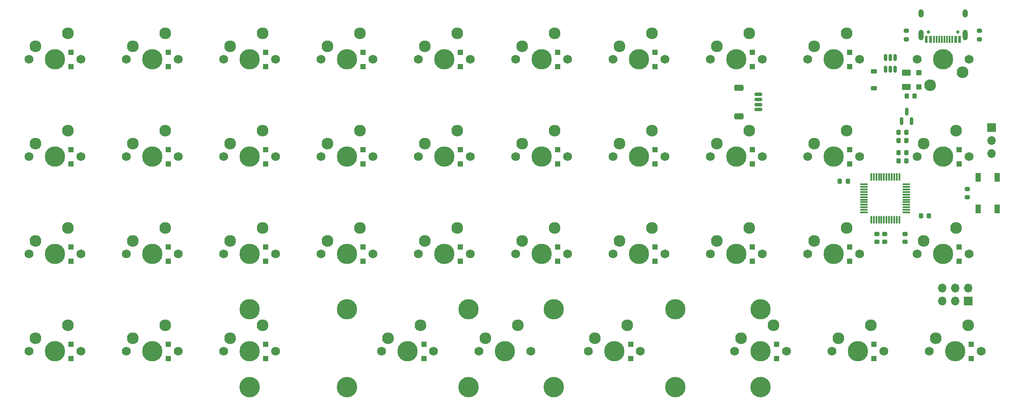
<source format=gbr>
%TF.GenerationSoftware,KiCad,Pcbnew,(7.0.0)*%
%TF.CreationDate,2023-10-03T20:22:14+02:00*%
%TF.ProjectId,qorthoz,716f7274-686f-47a2-9e6b-696361645f70,rev?*%
%TF.SameCoordinates,Original*%
%TF.FileFunction,Soldermask,Bot*%
%TF.FilePolarity,Negative*%
%FSLAX46Y46*%
G04 Gerber Fmt 4.6, Leading zero omitted, Abs format (unit mm)*
G04 Created by KiCad (PCBNEW (7.0.0)) date 2023-10-03 20:22:14*
%MOMM*%
%LPD*%
G01*
G04 APERTURE LIST*
G04 Aperture macros list*
%AMRoundRect*
0 Rectangle with rounded corners*
0 $1 Rounding radius*
0 $2 $3 $4 $5 $6 $7 $8 $9 X,Y pos of 4 corners*
0 Add a 4 corners polygon primitive as box body*
4,1,4,$2,$3,$4,$5,$6,$7,$8,$9,$2,$3,0*
0 Add four circle primitives for the rounded corners*
1,1,$1+$1,$2,$3*
1,1,$1+$1,$4,$5*
1,1,$1+$1,$6,$7*
1,1,$1+$1,$8,$9*
0 Add four rect primitives between the rounded corners*
20,1,$1+$1,$2,$3,$4,$5,0*
20,1,$1+$1,$4,$5,$6,$7,0*
20,1,$1+$1,$6,$7,$8,$9,0*
20,1,$1+$1,$8,$9,$2,$3,0*%
G04 Aperture macros list end*
%ADD10C,1.750000*%
%ADD11C,3.987800*%
%ADD12C,2.300000*%
%ADD13C,4.000000*%
%ADD14RoundRect,0.150000X0.150000X-0.512500X0.150000X0.512500X-0.150000X0.512500X-0.150000X-0.512500X0*%
%ADD15C,0.650000*%
%ADD16R,0.600000X1.450000*%
%ADD17R,0.300000X1.450000*%
%ADD18O,1.000000X1.600000*%
%ADD19O,1.000000X2.100000*%
%ADD20R,1.700000X1.700000*%
%ADD21O,1.700000X1.700000*%
%ADD22RoundRect,0.250000X0.300000X-0.300000X0.300000X0.300000X-0.300000X0.300000X-0.300000X-0.300000X0*%
%ADD23RoundRect,0.225000X0.225000X0.250000X-0.225000X0.250000X-0.225000X-0.250000X0.225000X-0.250000X0*%
%ADD24RoundRect,0.150000X0.150000X-0.587500X0.150000X0.587500X-0.150000X0.587500X-0.150000X-0.587500X0*%
%ADD25RoundRect,0.225000X-0.225000X-0.250000X0.225000X-0.250000X0.225000X0.250000X-0.225000X0.250000X0*%
%ADD26R,1.100000X1.800000*%
%ADD27RoundRect,0.225000X-0.250000X0.225000X-0.250000X-0.225000X0.250000X-0.225000X0.250000X0.225000X0*%
%ADD28RoundRect,0.225000X0.375000X-0.225000X0.375000X0.225000X-0.375000X0.225000X-0.375000X-0.225000X0*%
%ADD29RoundRect,0.200000X0.275000X-0.200000X0.275000X0.200000X-0.275000X0.200000X-0.275000X-0.200000X0*%
%ADD30RoundRect,0.200000X-0.275000X0.200000X-0.275000X-0.200000X0.275000X-0.200000X0.275000X0.200000X0*%
%ADD31RoundRect,0.150000X0.625000X-0.150000X0.625000X0.150000X-0.625000X0.150000X-0.625000X-0.150000X0*%
%ADD32RoundRect,0.250000X0.650000X-0.350000X0.650000X0.350000X-0.650000X0.350000X-0.650000X-0.350000X0*%
%ADD33RoundRect,0.075000X0.075000X-0.662500X0.075000X0.662500X-0.075000X0.662500X-0.075000X-0.662500X0*%
%ADD34RoundRect,0.075000X0.662500X-0.075000X0.662500X0.075000X-0.662500X0.075000X-0.662500X-0.075000X0*%
%ADD35RoundRect,0.250000X-0.300000X0.300000X-0.300000X-0.300000X0.300000X-0.300000X0.300000X0.300000X0*%
%ADD36RoundRect,0.250000X-0.625000X0.375000X-0.625000X-0.375000X0.625000X-0.375000X0.625000X0.375000X0*%
G04 APERTURE END LIST*
D10*
%TO.C,MX20*%
X206851250Y-49212500D03*
D11*
X211931250Y-49212500D03*
D10*
X217011250Y-49212500D03*
D12*
X208121250Y-46672500D03*
X214471250Y-44132500D03*
%TD*%
D10*
%TO.C,MX36*%
X171132500Y-87312500D03*
D11*
X176212500Y-87312500D03*
D10*
X181292500Y-87312500D03*
D12*
X172402500Y-84772500D03*
X178752500Y-82232500D03*
%TD*%
D10*
%TO.C,MX37*%
X190182500Y-87312500D03*
D11*
X195262500Y-87312500D03*
D10*
X200342500Y-87312500D03*
D12*
X191452500Y-84772500D03*
X197802500Y-82232500D03*
%TD*%
D10*
%TO.C,MX18*%
X166370000Y-49212500D03*
D11*
X171450000Y-49212500D03*
D10*
X176530000Y-49212500D03*
D12*
X167640000Y-46672500D03*
X173990000Y-44132500D03*
%TD*%
D10*
%TO.C,MX35*%
X142557500Y-87312500D03*
D11*
X147637500Y-87312500D03*
D10*
X152717500Y-87312500D03*
D12*
X143827500Y-84772500D03*
X150177500Y-82232500D03*
%TD*%
D10*
%TO.C,MX1*%
X33020000Y-30162500D03*
D11*
X38100000Y-30162500D03*
D10*
X43180000Y-30162500D03*
D12*
X34290000Y-27622500D03*
X40640000Y-25082500D03*
%TD*%
D10*
%TO.C,MX34*%
X102076250Y-87312500D03*
D11*
X107156250Y-87312500D03*
D10*
X112236250Y-87312500D03*
D12*
X103346250Y-84772500D03*
X109696250Y-82232500D03*
%TD*%
D10*
%TO.C,MX28*%
X166370000Y-68262500D03*
D11*
X171450000Y-68262500D03*
D10*
X176530000Y-68262500D03*
D12*
X167640000Y-65722500D03*
X173990000Y-63182500D03*
%TD*%
D10*
%TO.C,MX9*%
X185420000Y-30162500D03*
D11*
X190500000Y-30162500D03*
D10*
X195580000Y-30162500D03*
D12*
X186690000Y-27622500D03*
X193040000Y-25082500D03*
%TD*%
D10*
%TO.C,MX6*%
X128270000Y-30162500D03*
D11*
X133350000Y-30162500D03*
D10*
X138430000Y-30162500D03*
D12*
X129540000Y-27622500D03*
X135890000Y-25082500D03*
%TD*%
D10*
%TO.C,MX24*%
X90170000Y-68262500D03*
D11*
X95250000Y-68262500D03*
D10*
X100330000Y-68262500D03*
D12*
X91440000Y-65722500D03*
X97790000Y-63182500D03*
%TD*%
D10*
%TO.C,MX15*%
X109220000Y-49212500D03*
D11*
X114300000Y-49212500D03*
D10*
X119380000Y-49212500D03*
D12*
X110490000Y-46672500D03*
X116840000Y-44132500D03*
%TD*%
D10*
%TO.C,MX17*%
X147320000Y-49212500D03*
D11*
X152400000Y-49212500D03*
D10*
X157480000Y-49212500D03*
D12*
X148590000Y-46672500D03*
X154940000Y-44132500D03*
%TD*%
D10*
%TO.C,MX16*%
X128270000Y-49212500D03*
D11*
X133350000Y-49212500D03*
D10*
X138430000Y-49212500D03*
D12*
X129540000Y-46672500D03*
X135890000Y-44132500D03*
%TD*%
D10*
%TO.C,MX19*%
X185420000Y-49212500D03*
D11*
X190500000Y-49212500D03*
D10*
X195580000Y-49212500D03*
D12*
X186690000Y-46672500D03*
X193040000Y-44132500D03*
%TD*%
D10*
%TO.C,MX25*%
X109220000Y-68262500D03*
D11*
X114300000Y-68262500D03*
D10*
X119380000Y-68262500D03*
D12*
X110490000Y-65722500D03*
X116840000Y-63182500D03*
%TD*%
D10*
%TO.C,MX21*%
X33020000Y-68262500D03*
D11*
X38100000Y-68262500D03*
D10*
X43180000Y-68262500D03*
D12*
X34290000Y-65722500D03*
X40640000Y-63182500D03*
%TD*%
D10*
%TO.C,MX22*%
X52070000Y-68262500D03*
D11*
X57150000Y-68262500D03*
D10*
X62230000Y-68262500D03*
D12*
X53340000Y-65722500D03*
X59690000Y-63182500D03*
%TD*%
D13*
%TO.C,S3*%
X176212500Y-94297500D03*
D11*
X176212500Y-79057500D03*
D13*
X76200000Y-94297500D03*
D11*
X76200000Y-79057500D03*
%TD*%
D10*
%TO.C,MX5*%
X109220000Y-30162500D03*
D11*
X114300000Y-30162500D03*
D10*
X119380000Y-30162500D03*
D12*
X110490000Y-27622500D03*
X116840000Y-25082500D03*
%TD*%
D10*
%TO.C,MX10*%
X217011250Y-30162500D03*
D11*
X211931250Y-30162500D03*
D10*
X206851250Y-30162500D03*
D12*
X215741250Y-32702500D03*
X209391250Y-35242500D03*
%TD*%
D10*
%TO.C,MX12*%
X52070000Y-49212500D03*
D11*
X57150000Y-49212500D03*
D10*
X62230000Y-49212500D03*
D12*
X53340000Y-46672500D03*
X59690000Y-44132500D03*
%TD*%
D10*
%TO.C,MX29*%
X185420000Y-68262500D03*
D11*
X190500000Y-68262500D03*
D10*
X195580000Y-68262500D03*
D12*
X186690000Y-65722500D03*
X193040000Y-63182500D03*
%TD*%
D10*
%TO.C,MX14*%
X90170000Y-49212500D03*
D11*
X95250000Y-49212500D03*
D10*
X100330000Y-49212500D03*
D12*
X91440000Y-46672500D03*
X97790000Y-44132500D03*
%TD*%
D10*
%TO.C,MX32*%
X52070000Y-87312500D03*
D11*
X57150000Y-87312500D03*
D10*
X62230000Y-87312500D03*
D12*
X53340000Y-84772500D03*
X59690000Y-82232500D03*
%TD*%
D10*
%TO.C,MX26*%
X128270000Y-68262500D03*
D11*
X133350000Y-68262500D03*
D10*
X138430000Y-68262500D03*
D12*
X129540000Y-65722500D03*
X135890000Y-63182500D03*
%TD*%
D10*
%TO.C,MX33*%
X71120000Y-87312500D03*
D11*
X76200000Y-87312500D03*
D10*
X81280000Y-87312500D03*
D12*
X72390000Y-84772500D03*
X78740000Y-82232500D03*
%TD*%
D10*
%TO.C,MX3*%
X71120000Y-30162500D03*
D11*
X76200000Y-30162500D03*
D10*
X81280000Y-30162500D03*
D12*
X72390000Y-27622500D03*
X78740000Y-25082500D03*
%TD*%
D10*
%TO.C,MX23*%
X71120000Y-68262500D03*
D11*
X76200000Y-68262500D03*
D10*
X81280000Y-68262500D03*
D12*
X72390000Y-65722500D03*
X78740000Y-63182500D03*
%TD*%
D10*
%TO.C,MX27*%
X147320000Y-68262500D03*
D11*
X152400000Y-68262500D03*
D10*
X157480000Y-68262500D03*
D12*
X148590000Y-65722500D03*
X154940000Y-63182500D03*
%TD*%
D10*
%TO.C,MX39*%
X121126250Y-87312500D03*
D11*
X126206250Y-87312500D03*
D10*
X131286250Y-87312500D03*
D12*
X122396250Y-84772500D03*
X128746250Y-82232500D03*
%TD*%
D10*
%TO.C,MX4*%
X90170000Y-30162500D03*
D11*
X95250000Y-30162500D03*
D10*
X100330000Y-30162500D03*
D12*
X91440000Y-27622500D03*
X97790000Y-25082500D03*
%TD*%
D13*
%TO.C,S2*%
X159543750Y-94297500D03*
D11*
X159543750Y-79057500D03*
D13*
X135731250Y-94297500D03*
D11*
X135731250Y-79057500D03*
%TD*%
D10*
%TO.C,MX8*%
X166370000Y-30162500D03*
D11*
X171450000Y-30162500D03*
D10*
X176530000Y-30162500D03*
D12*
X167640000Y-27622500D03*
X173990000Y-25082500D03*
%TD*%
D10*
%TO.C,MX13*%
X71120000Y-49212500D03*
D11*
X76200000Y-49212500D03*
D10*
X81280000Y-49212500D03*
D12*
X72390000Y-46672500D03*
X78740000Y-44132500D03*
%TD*%
D10*
%TO.C,MX31*%
X33020000Y-87312500D03*
D11*
X38100000Y-87312500D03*
D10*
X43180000Y-87312500D03*
D12*
X34290000Y-84772500D03*
X40640000Y-82232500D03*
%TD*%
D10*
%TO.C,MX38*%
X209232500Y-87312500D03*
D11*
X214312500Y-87312500D03*
D10*
X219392500Y-87312500D03*
D12*
X210502500Y-84772500D03*
X216852500Y-82232500D03*
%TD*%
D10*
%TO.C,MX7*%
X147320000Y-30162500D03*
D11*
X152400000Y-30162500D03*
D10*
X157480000Y-30162500D03*
D12*
X148590000Y-27622500D03*
X154940000Y-25082500D03*
%TD*%
D10*
%TO.C,MX2*%
X52070000Y-30162500D03*
D11*
X57150000Y-30162500D03*
D10*
X62230000Y-30162500D03*
D12*
X53340000Y-27622500D03*
X59690000Y-25082500D03*
%TD*%
D10*
%TO.C,MX11*%
X33020000Y-49212500D03*
D11*
X38100000Y-49212500D03*
D10*
X43180000Y-49212500D03*
D12*
X34290000Y-46672500D03*
X40640000Y-44132500D03*
%TD*%
D10*
%TO.C,MX30*%
X206851250Y-68262500D03*
D11*
X211931250Y-68262500D03*
D10*
X217011250Y-68262500D03*
D12*
X208121250Y-65722500D03*
X214471250Y-63182500D03*
%TD*%
D13*
%TO.C,S1*%
X119062500Y-94297500D03*
D11*
X119062500Y-79057500D03*
D13*
X95250000Y-94297500D03*
D11*
X95250000Y-79057500D03*
%TD*%
D14*
%TO.C,U1*%
X202562500Y-32093750D03*
X201612500Y-32093750D03*
X200662500Y-32093750D03*
X200662500Y-29818750D03*
X201612500Y-29818750D03*
X202562500Y-29818750D03*
%TD*%
D15*
%TO.C,J1*%
X209041250Y-24825000D03*
X214821250Y-24825000D03*
D16*
X208681249Y-26269999D03*
X209481249Y-26269999D03*
D17*
X210681249Y-26269999D03*
X211681249Y-26269999D03*
X212181249Y-26269999D03*
X213181249Y-26269999D03*
D16*
X214381249Y-26269999D03*
X215181249Y-26269999D03*
X215181249Y-26269999D03*
X214381249Y-26269999D03*
D17*
X213681249Y-26269999D03*
X212681249Y-26269999D03*
X211181249Y-26269999D03*
X210181249Y-26269999D03*
D16*
X209481249Y-26269999D03*
X208681249Y-26269999D03*
D18*
X207611249Y-21174999D03*
D19*
X207611249Y-25354999D03*
D18*
X216251249Y-21174999D03*
D19*
X216251249Y-25354999D03*
%TD*%
D20*
%TO.C,J4*%
X216837499Y-77474999D03*
D21*
X216837499Y-74934999D03*
X214297499Y-77474999D03*
X214297499Y-74934999D03*
X211757499Y-77474999D03*
X211757499Y-74934999D03*
%TD*%
D22*
%TO.C,D30*%
X215106250Y-69662500D03*
X215106250Y-66862500D03*
%TD*%
D23*
%TO.C,C6*%
X193301431Y-53984079D03*
X191751431Y-53984079D03*
%TD*%
D22*
%TO.C,D26*%
X136525000Y-69662500D03*
X136525000Y-66862500D03*
%TD*%
%TO.C,D34*%
X110331250Y-88712500D03*
X110331250Y-85912500D03*
%TD*%
%TO.C,D21*%
X41275000Y-69662500D03*
X41275000Y-66862500D03*
%TD*%
%TO.C,D15*%
X117475000Y-50612500D03*
X117475000Y-47812500D03*
%TD*%
D24*
%TO.C,U3*%
X205756250Y-42212500D03*
X203856250Y-42212500D03*
X204806250Y-40337500D03*
%TD*%
D25*
%TO.C,C8*%
X207626431Y-60749257D03*
X209176431Y-60749257D03*
%TD*%
D22*
%TO.C,D12*%
X60325000Y-50612500D03*
X60325000Y-47812500D03*
%TD*%
%TO.C,D27*%
X155575000Y-69662500D03*
X155575000Y-66862500D03*
%TD*%
%TO.C,D35*%
X150812500Y-88712500D03*
X150812500Y-85912500D03*
%TD*%
D20*
%TO.C,J2*%
X221456249Y-43497499D03*
D21*
X221456249Y-46037499D03*
X221456249Y-48577499D03*
%TD*%
D22*
%TO.C,D3*%
X79375000Y-31562500D03*
X79375000Y-28762500D03*
%TD*%
%TO.C,D29*%
X193675000Y-69662500D03*
X193675000Y-66862500D03*
%TD*%
D26*
%TO.C,SW1*%
X222512499Y-59456249D03*
X222512499Y-53256249D03*
X218812499Y-59456249D03*
X218812499Y-53256249D03*
%TD*%
D23*
%TO.C,C1*%
X206356250Y-37306250D03*
X204806250Y-37306250D03*
%TD*%
D22*
%TO.C,D28*%
X174625000Y-69662500D03*
X174625000Y-66862500D03*
%TD*%
%TO.C,D23*%
X79375000Y-69662500D03*
X79375000Y-66862500D03*
%TD*%
%TO.C,D16*%
X136525000Y-50612500D03*
X136525000Y-47812500D03*
%TD*%
%TO.C,D8*%
X174625000Y-31562500D03*
X174625000Y-28762500D03*
%TD*%
D23*
%TO.C,C2*%
X204787500Y-44450000D03*
X203237500Y-44450000D03*
%TD*%
D25*
%TO.C,C9*%
X203237500Y-50006250D03*
X204787500Y-50006250D03*
%TD*%
D22*
%TO.C,D11*%
X41275000Y-50612500D03*
X41275000Y-47812500D03*
%TD*%
D27*
%TO.C,C10*%
X200536431Y-64302829D03*
X200536431Y-65852829D03*
%TD*%
D28*
%TO.C,D_PWR1*%
X198437500Y-35781250D03*
X198437500Y-32481250D03*
%TD*%
D22*
%TO.C,D33*%
X79375000Y-88712500D03*
X79375000Y-85912500D03*
%TD*%
D27*
%TO.C,C7*%
X204521075Y-64303146D03*
X204521075Y-65853146D03*
%TD*%
D22*
%TO.C,D13*%
X79375000Y-50612500D03*
X79375000Y-47812500D03*
%TD*%
%TO.C,D20*%
X215106250Y-50612500D03*
X215106250Y-47812500D03*
%TD*%
D25*
%TO.C,C4*%
X203237500Y-48418750D03*
X204787500Y-48418750D03*
%TD*%
D22*
%TO.C,D37*%
X198437500Y-88712500D03*
X198437500Y-85912500D03*
%TD*%
%TO.C,D25*%
X117475000Y-69662500D03*
X117475000Y-66862500D03*
%TD*%
D29*
%TO.C,R3*%
X216693750Y-57150000D03*
X216693750Y-55500000D03*
%TD*%
D30*
%TO.C,R2*%
X219075000Y-24575000D03*
X219075000Y-26225000D03*
%TD*%
D22*
%TO.C,D31*%
X41275000Y-88712500D03*
X41275000Y-85912500D03*
%TD*%
%TO.C,D1*%
X41275000Y-31562500D03*
X41275000Y-28762500D03*
%TD*%
%TO.C,D38*%
X217487500Y-88712500D03*
X217487500Y-85912500D03*
%TD*%
%TO.C,D5*%
X117475000Y-31562500D03*
X117475000Y-28762500D03*
%TD*%
D30*
%TO.C,R1*%
X204787500Y-24575000D03*
X204787500Y-26225000D03*
%TD*%
D22*
%TO.C,D18*%
X174625000Y-50612500D03*
X174625000Y-47812500D03*
%TD*%
%TO.C,D22*%
X60325000Y-69662500D03*
X60325000Y-66862500D03*
%TD*%
%TO.C,D17*%
X155575000Y-50612500D03*
X155575000Y-47812500D03*
%TD*%
D27*
%TO.C,C5*%
X198948931Y-64302829D03*
X198948931Y-65852829D03*
%TD*%
D25*
%TO.C,C3*%
X203237500Y-46037500D03*
X204787500Y-46037500D03*
%TD*%
D31*
%TO.C,J3*%
X175831250Y-39975000D03*
X175831250Y-38975000D03*
X175831250Y-37975000D03*
X175831250Y-36975000D03*
D32*
X171956250Y-41275000D03*
X171956250Y-35675000D03*
%TD*%
D22*
%TO.C,D19*%
X193675000Y-50612500D03*
X193675000Y-47812500D03*
%TD*%
%TO.C,D14*%
X98425000Y-50612500D03*
X98425000Y-47812500D03*
%TD*%
D33*
%TO.C,U2*%
X203376431Y-61515329D03*
X202876431Y-61515329D03*
X202376431Y-61515329D03*
X201876431Y-61515329D03*
X201376431Y-61515329D03*
X200876431Y-61515329D03*
X200376431Y-61515329D03*
X199876431Y-61515329D03*
X199376431Y-61515329D03*
X198876431Y-61515329D03*
X198376431Y-61515329D03*
X197876431Y-61515329D03*
D34*
X196463931Y-60102829D03*
X196463931Y-59602829D03*
X196463931Y-59102829D03*
X196463931Y-58602829D03*
X196463931Y-58102829D03*
X196463931Y-57602829D03*
X196463931Y-57102829D03*
X196463931Y-56602829D03*
X196463931Y-56102829D03*
X196463931Y-55602829D03*
X196463931Y-55102829D03*
X196463931Y-54602829D03*
D33*
X197876431Y-53190329D03*
X198376431Y-53190329D03*
X198876431Y-53190329D03*
X199376431Y-53190329D03*
X199876431Y-53190329D03*
X200376431Y-53190329D03*
X200876431Y-53190329D03*
X201376431Y-53190329D03*
X201876431Y-53190329D03*
X202376431Y-53190329D03*
X202876431Y-53190329D03*
X203376431Y-53190329D03*
D34*
X204788931Y-54602829D03*
X204788931Y-55102829D03*
X204788931Y-55602829D03*
X204788931Y-56102829D03*
X204788931Y-56602829D03*
X204788931Y-57102829D03*
X204788931Y-57602829D03*
X204788931Y-58102829D03*
X204788931Y-58602829D03*
X204788931Y-59102829D03*
X204788931Y-59602829D03*
X204788931Y-60102829D03*
%TD*%
D35*
%TO.C,D10*%
X207168750Y-32731250D03*
X207168750Y-35531250D03*
%TD*%
D22*
%TO.C,D9*%
X193675000Y-31562500D03*
X193675000Y-28762500D03*
%TD*%
%TO.C,D7*%
X155575000Y-31562500D03*
X155575000Y-28762500D03*
%TD*%
%TO.C,D36*%
X179387500Y-88712500D03*
X179387500Y-85912500D03*
%TD*%
%TO.C,D32*%
X60325000Y-88712500D03*
X60325000Y-85912500D03*
%TD*%
D36*
%TO.C,F1*%
X204787500Y-32731250D03*
X204787500Y-35531250D03*
%TD*%
D22*
%TO.C,D2*%
X60325000Y-31562500D03*
X60325000Y-28762500D03*
%TD*%
%TO.C,D4*%
X98425000Y-31562500D03*
X98425000Y-28762500D03*
%TD*%
%TO.C,D6*%
X136525000Y-31562500D03*
X136525000Y-28762500D03*
%TD*%
%TO.C,D24*%
X98425000Y-69662500D03*
X98425000Y-66862500D03*
%TD*%
M02*

</source>
